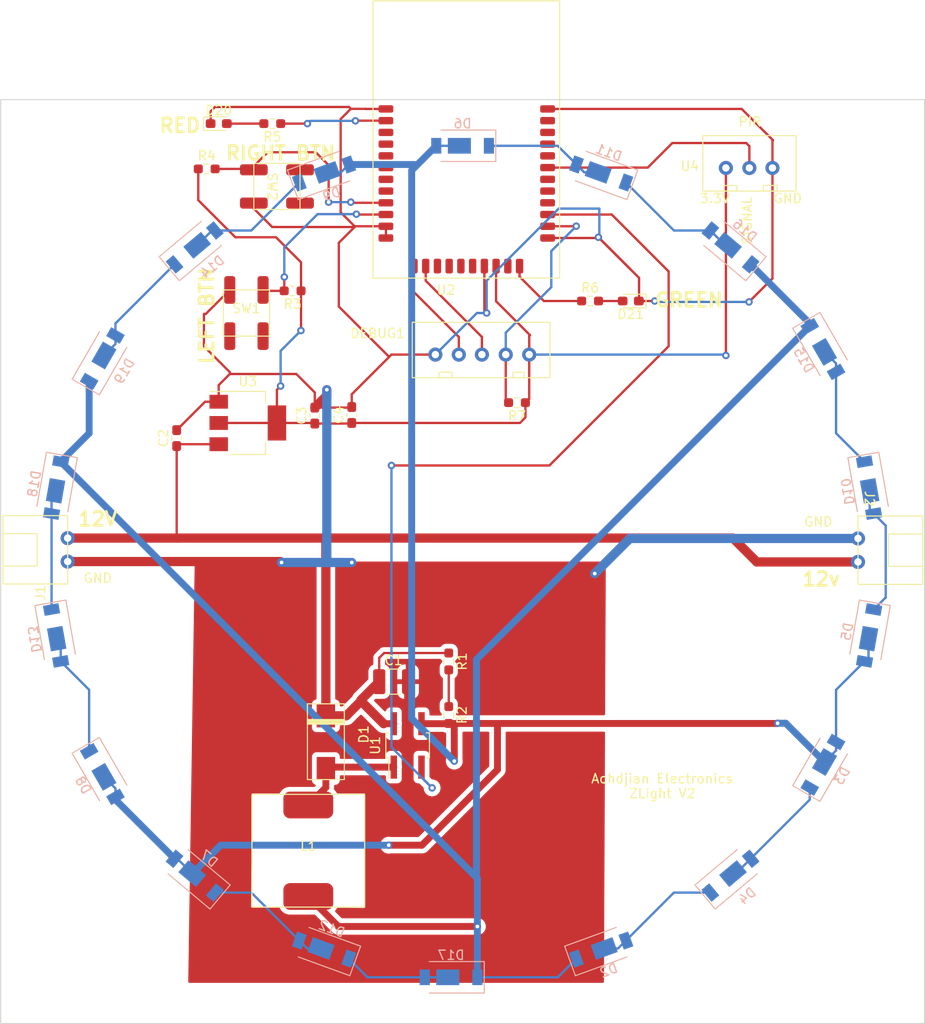
<source format=kicad_pcb>
(kicad_pcb (version 20211014) (generator pcbnew)
  (layers (0 "F.Cu" signal) (31 "B.Cu" signal) (34 "B.Paste" user) (35 "F.Paste" user) (36 "B.SilkS" user "B.Silkscreen") (37 "F.SilkS" user "F.Silkscreen") (38 "B.Mask" user) (39 "F.Mask" user) (44 "Edge.Cuts" user))
  (net 0 "")
  (net 1 "+12V")
  (net 2 "GND")
  (net 3 "+3V3")
  (net 4 "Net-(D1-Pad2)")
  (net 5 "Net-(D15-Pad1)")
  (net 6 "Net-(D2-Pad2)")
  (net 7 "Net-(D3-Pad1)")
  (net 8 "Net-(D3-Pad2)")
  (net 9 "Net-(D10-Pad2)")
  (net 10 "Net-(D11-Pad2)")
  (net 11 "Net-(D12-Pad2)")
  (net 12 "Net-(D13-Pad2)")
  (net 13 "Net-(D14-Pad2)")
  (net 14 "Net-(D10-Pad1)")
  (net 15 "Net-(D11-Pad1)")
  (net 16 "Net-(D12-Pad1)")
  (net 17 "Net-(D13-Pad1)")
  (net 18 "Net-(D14-Pad1)")
  (net 19 "Net-(D20-Pad2)")
  (net 20 "Net-(D21-Pad2)")
  (net 21 "/TMSC")
  (net 22 "/TCKC")
  (net 23 "/RESET")
  (net 24 "Net-(R1-Pad2)")
  (net 25 "/BTN_LEFT")
  (net 26 "/BTN_RIGHT")
  (net 31 "/DIM")
  (net 43 "/LED_GREEN")
  (net 44 "/LED_RED")
  (net 48 "/PIR")
  (footprint "custom:XH2-H" (layer "F.Cu") (at 107.249 100 90)
    (fp_text reference "J1")
    (fp_text value "XH2-L")
  )
  (footprint "Package_TO_SOT_SMD:SOT-223" (layer "F.Cu") (at 126.75 85)
    (fp_text reference "U3")
    (fp_text value "LM1117-3.3")
  )
  (footprint "custom:XH5-V" (layer "F.Cu") (at 147.05 77.6)
    (fp_text reference "DEBUG1")
    (fp_text value "JFT-5-MALE")
  )
  (footprint "custom:ButtonSMD" (layer "F.Cu") (at 126.6 73.1)
    (fp_text reference "SW1")
    (fp_text value "ButtonSMD")
  )
  (footprint "MountingHole:MountingHole_2.7mm" (layer "F.Cu") (at 110 60)
    (fp_text reference "REF**" hide)
    (fp_text value "MountingHole_2.7mm")
  )
  (footprint "custom:E72-2G4M20S1E" (layer "F.Cu") (at 141.7 68.02)
    (fp_text reference "U2")
    (fp_text value "E72-2G4M20S1E")
  )
  (footprint "MountingHole:MountingHole_2.7mm" (layer "F.Cu") (at 190 140)
    (fp_text reference "REF**" hide)
    (fp_text value "MountingHole_2.7mm")
  )
  (footprint "Resistor_SMD:R_0603_1608Metric_Pad0.98x0.95mm_HandSolder" (layer "F.Cu") (at 148.5 110.8125 -90)
    (fp_text reference "R1")
    (fp_text value "0.13")
  )
  (footprint "Capacitor_SMD:C_1210_3225Metric_Pad1.33x2.70mm_HandSolder" (layer "F.Cu") (at 142.5375 113)
    (fp_text reference "C1")
    (fp_text value "100uf")
  )
  (footprint "Capacitor_SMD:C_0603_1608Metric_Pad1.08x0.95mm_HandSolder" (layer "F.Cu") (at 119.05 86.6375 90)
    (fp_text reference "C2")
    (fp_text value "10uF")
  )
  (footprint "custom:ButtonSMD" (layer "F.Cu") (at 129.9 59.4 90)
    (fp_text reference "SW2")
    (fp_text value "ButtonSMD")
  )
  (footprint "Capacitor_SMD:C_0603_1608Metric_Pad1.08x0.95mm_HandSolder" (layer "F.Cu") (at 138 84.1375 90)
    (fp_text reference "C4")
    (fp_text value "100nF")
  )
  (footprint "Resistor_SMD:R_0603_1608Metric_Pad0.98x0.95mm_HandSolder" (layer "F.Cu") (at 129.4 52.6 180)
    (fp_text reference "R5")
    (fp_text value "1k")
  )
  (footprint "Resistor_SMD:R_0603_1608Metric_Pad0.98x0.95mm_HandSolder" (layer "F.Cu") (at 122.3 57.5)
    (fp_text reference "R4")
    (fp_text value "1k")
  )
  (footprint "Resistor_SMD:R_0603_1608Metric_Pad0.98x0.95mm_HandSolder" (layer "F.Cu") (at 163.8 71.8)
    (fp_text reference "R6")
    (fp_text value "1k")
  )
  (footprint "MountingHole:MountingHole_2.7mm" (layer "F.Cu") (at 190 60)
    (fp_text reference "REF**" hide)
    (fp_text value "MountingHole_2.7mm")
  )
  (footprint "LED_SMD:LED_0603_1608Metric_Pad1.05x0.95mm_HandSolder" (layer "F.Cu") (at 168.2 71.8 180)
    (fp_text reference "D21")
    (fp_text value "LED")
  )
  (footprint "Resistor_SMD:R_0603_1608Metric_Pad0.98x0.95mm_HandSolder" (layer "F.Cu") (at 131.6 70.7 180)
    (fp_text reference "R3")
    (fp_text value "1k")
  )
  (footprint "LED_SMD:LED_0603_1608Metric_Pad1.05x0.95mm_HandSolder" (layer "F.Cu") (at 123.6 52.6)
    (fp_text reference "D20")
    (fp_text value "LED")
  )
  (footprint "custom:SS34" (layer "F.Cu") (at 135.2 118.7 -90)
    (fp_text reference "D1")
    (fp_text value "SS34")
  )
  (footprint "custom:XH2-H" (layer "F.Cu") (at 192.8 97.5 -90)
    (fp_text reference "J2")
    (fp_text value "XH2-L")
  )
  (footprint "MountingHole:MountingHole_2.7mm" (layer "F.Cu") (at 110 140)
    (fp_text reference "REF**" hide)
    (fp_text value "MountingHole_2.7mm")
  )
  (footprint "custom:XH3-V" (layer "F.Cu") (at 178.5 57.4)
    (fp_text reference "U4")
    (fp_text value "PIR")
  )
  (footprint "Resistor_SMD:R_0603_1608Metric_Pad0.98x0.95mm_HandSolder" (layer "F.Cu") (at 148.5 116.6125 -90)
    (fp_text reference "R2")
    (fp_text value "0.13")
  )
  (footprint "Resistor_SMD:R_0603_1608Metric_Pad0.98x0.95mm_HandSolder" (layer "F.Cu") (at 155.8875 82.8 180)
    (fp_text reference "R7")
    (fp_text value "4.7k")
  )
  (footprint "Package_TO_SOT_SMD:SOT-89-5_Handsoldering" (layer "F.Cu") (at 144.05 119.9 90)
    (fp_text reference "U1")
    (fp_text value "PT4115")
  )
  (footprint "Capacitor_SMD:C_0603_1608Metric_Pad1.08x0.95mm_HandSolder" (layer "F.Cu") (at 134 84.2 90)
    (fp_text reference "C3")
    (fp_text value "10uF")
  )
  (footprint "custom:RH127" (layer "F.Cu") (at 133.3 131.3)
    (fp_text reference "L1")
    (fp_text value "68uh")
  )
  (footprint "LED_SMD:LED_Yuji_5730" (layer "B.Cu") (at 135 142 160)
    (fp_text reference "D12")
    (fp_text value "LED")
  )
  (footprint "LED_SMD:LED_Yuji_5730" (layer "B.Cu") (at 111 123 -60)
    (fp_text reference "D8")
    (fp_text value "LED")
  )
  (footprint "LED_SMD:LED_Yuji_5730" (layer "B.Cu") (at 135 58 20)
    (fp_text reference "D9")
    (fp_text value "LED")
  )
  (footprint "LED_SMD:LED_Yuji_5730" (layer "B.Cu") (at 111 78 60)
    (fp_text reference "D19")
    (fp_text value "LED")
  )
  (footprint "LED_SMD:LED_Yuji_5730" (layer "B.Cu") (at 194 108 -100)
    (fp_text reference "D5")
    (fp_text value "LED")
  )
  (footprint "LED_SMD:LED_Yuji_5730" (layer "B.Cu") (at 165 58 160)
    (fp_text reference "D11")
    (fp_text value "LED")
  )
  (footprint "LED_SMD:LED_Yuji_5730" (layer "B.Cu") (at 189 77 -60)
    (fp_text reference "D15")
    (fp_text value "LED")
  )
  (footprint "LED_SMD:LED_Yuji_5730" (layer "B.Cu") (at 121 66 40)
    (fp_text reference "D14")
    (fp_text value "LED")
  )
  (footprint "LED_SMD:LED_Yuji_5730" (layer "B.Cu") (at 179 66 140)
    (fp_text reference "D16")
    (fp_text value "LED")
  )
  (footprint "LED_SMD:LED_Yuji_5730" (layer "B.Cu") (at 148.75 145 180)
    (fp_text reference "D17")
    (fp_text value "LED")
  )
  (footprint "LED_SMD:LED_Yuji_5730" (layer "B.Cu") (at 194 92 -80)
    (fp_text reference "D10")
    (fp_text value "LED")
  )
  (footprint "LED_SMD:LED_Yuji_5730" (layer "B.Cu") (at 189 122 60)
    (fp_text reference "D3")
    (fp_text value "LED")
  )
  (footprint "LED_SMD:LED_Yuji_5730" (layer "B.Cu") (at 121 134 140)
    (fp_text reference "D7")
    (fp_text value "LED")
  )
  (footprint "LED_SMD:LED_Yuji_5730" (layer "B.Cu") (at 165 142 20)
    (fp_text reference "D2")
    (fp_text value "LED")
  )
  (footprint "LED_SMD:LED_Yuji_5730" (layer "B.Cu") (at 106 92 -100)
    (fp_text reference "D18")
    (fp_text value "LED")
  )
  (footprint "LED_SMD:LED_Yuji_5730" (layer "B.Cu") (at 106 108 -80)
    (fp_text reference "D13")
    (fp_text value "LED")
  )
  (footprint "LED_SMD:LED_Yuji_5730" (layer "B.Cu") (at 150 55 180)
    (fp_text reference "D6")
    (fp_text value "LED")
  )
  (footprint "LED_SMD:LED_Yuji_5730" (layer "B.Cu") (at 179 134 40)
    (fp_text reference "D4")
    (fp_text value "LED")
  )
  (gr_rect (start 100 50) (end 200 150) (layer "Edge.Cuts") (width 0.1) (fill none))
  (gr_text "Achdjian Electronics\nZLight V2" (at 171.6 124.3) (layer "F.SilkS") (effects (font (size 1 1))))
  (gr_text "GND" (at 185.2 60.7) (layer "F.SilkS") (effects (font (size 1 1))))
  (gr_text "RED" (at 119.4 52.8) (layer "F.SilkS") (effects (font (size 1.5 1.5) (thickness 0.3))))
  (gr_text "12v" (at 188.8 101.9) (layer "F.SilkS") (effects (font (size 1.5 1.5) (thickness 0.3))))
  (gr_text "3.3V" (at 177.3 60.7) (layer "F.SilkS") (effects (font (size 1 1))))
  (gr_text "PIR" (at 181.1 52.4) (layer "F.SilkS") (effects (font (size 1 1))))
  (gr_text "GREEN" (at 174.5 71.7) (layer "F.SilkS") (effects (font (size 1.5 1.5) (thickness 0.3))))
  (gr_text "RIGHT BTN" (at 130.3 55.8) (layer "F.SilkS") (effects (font (size 1.5 1.5) (thickness 0.3))))
  (gr_text "SIGNAL" (at 180.8 63.1 90) (layer "F.SilkS") (effects (font (size 1 1))))
  (gr_text "12V" (at 110.5 95.4) (layer "F.SilkS") (effects (font (size 1.5 1.5) (thickness 0.3))))
  (gr_text "GND" (at 188.5 95.7) (layer "F.SilkS") (effects (font (size 1 1))))
  (gr_text "GND" (at 110.5 101.8) (layer "F.SilkS") (effects (font (size 1 1))))
  (gr_text "LEFT BTN" (at 122.3 73.4 90) (layer "F.SilkS") (effects (font (size 1.5 1.5) (thickness 0.3))))
  (segment (start 139 114.975) (end 140.975 113) (width 1) (layer "F.Cu") (net 1))
  (segment (start 135.2 116.7) (end 137.4 116.7) (width 1) (layer "F.Cu") (net 1))
  (segment (start 119.25 87.3) (end 123.6 87.3) (width 0.25) (layer "F.Cu") (net 1))
  (segment (start 135.2 116.7) (end 135.2 97.8) (width 1) (layer "F.Cu") (net 1))
  (segment (start 148.5 109.9) (end 141.5 109.9) (width 0.25) (layer "F.Cu") (net 1))
  (segment (start 140.975 110.425) (end 140.975 113) (width 0.25) (layer "F.Cu") (net 1))
  (segment (start 135.2 97.8) (end 135.54 97.46) (width 0.25) (layer "F.Cu") (net 1))
  (segment (start 137.4 116.7) (end 139 115.1) (width 1) (layer "F.Cu") (net 1))
  (segment (start 119.05 87.5) (end 119.05 97.37) (width 0.25) (layer "F.Cu") (net 1))
  (segment (start 181.84 100.04) (end 192.8 100.04) (width 1) (layer "F.Cu") (net 1))
  (segment (start 119.14 97.46) (end 135.54 97.46) (width 1) (layer "F.Cu") (net 1))
  (segment (start 119.05 97.37) (end 119.14 97.46) (width 0.25) (layer "F.Cu") (net 1))
  (segment (start 139 115.1) (end 139 114.975) (width 0.25) (layer "F.Cu") (net 1))
  (segment (start 142.55 117.55) (end 141.45 117.55) (width 0.75) (layer "F.Cu") (net 1))
  (segment (start 135.54 97.46) (end 179.26 97.46) (width 1) (layer "F.Cu") (net 1))
  (segment (start 179.26 97.46) (end 181.84 100.04) (width 1) (layer "F.Cu") (net 1))
  (segment (start 119.14 97.46) (end 107.249 97.46) (width 1) (layer "F.Cu") (net 1))
  (segment (start 141.5 109.9) (end 140.975 110.425) (width 0.25) (layer "F.Cu") (net 1))
  (segment (start 141.45 117.55) (end 139 115.1) (width 1) (layer "F.Cu") (net 1))
  (segment (start 123.6 82.7) (end 122.125 82.7) (width 0.25) (layer "F.Cu") (net 2))
  (segment (start 138 81.9) (end 138 83.275) (width 0.25) (layer "F.Cu") (net 2))
  (segment (start 122.2 73.2) (end 122 73.2) (width 0.25) (layer "F.Cu") (net 2))
  (segment (start 135.3 82.0375) (end 134 83.3375) (width 1) (layer "F.Cu") (net 2))
  (segment (start 122 76.7) (end 124.8 79.5) (width 0.25) (layer "F.Cu") (net 2))
  (segment (start 138.31 63.71) (end 141.7 63.71) (width 0.25) (layer "F.Cu") (net 2))
  (segment (start 183.54 57.4) (end 183.54 69.36) (width 0.25) (layer "F.Cu") (net 2))
  (segment (start 147.05 77.6) (end 142.3 77.6) (width 0.25) (layer "F.Cu") (net 2))
  (segment (start 135.3 81.4) (end 135.3 82.0375) (width 1) (layer "F.Cu") (net 2))
  (segment (start 136.8 62.2) (end 138.31 63.71) (width 0.25) (layer "F.Cu") (net 2))
  (segment (start 138.31 63.79) (end 136.6 65.5) (width 0.25) (layer "F.Cu") (net 2))
  (segment (start 124.8 70.6) (end 122.2 73.2) (width 0.25) (layer "F.Cu") (net 2))
  (segment (start 141.7 63.71) (end 141.7 64.98) (width 0.25) (layer "F.Cu") (net 2))
  (segment (start 137.9 51) (end 136.8 52.1) (width 0.25) (layer "F.Cu") (net 2))
  (segment (start 124.8 79.7) (end 123.6 80.9) (width 0.25) (layer "F.Cu") (net 2))
  (segment (start 130.3 100) (end 130.4 100.1) (width 0.25) (layer "F.Cu") (net 2))
  (segment (start 139.5 51) (end 137.9 51) (width 0.25) (layer "F.Cu") (net 2))
  (segment (start 122.125 82.7) (end 119.05 85.775) (width 0.25) (layer "F.Cu") (net 2))
  (segment (start 122 73.2) (end 122 76.7) (width 0.25) (layer "F.Cu") (net 2))
  (segment (start 159.2 64.98) (end 164.78 64.98) (width 0.25) (layer "F.Cu") (net 2))
  (segment (start 141.7 51.01) (end 139.51 51.01) (width 0.25) (layer "F.Cu") (net 2))
  (segment (start 132 79.7) (end 124.8 79.7) (width 0.25) (layer "F.Cu") (net 2))
  (segment (start 168.15 68.35) (end 169.1 69.3) (width 0.25) (layer "F.Cu") (net 2))
  (segment (start 129.39 63.79) (end 138.31 63.79) (width 0.25) (layer "F.Cu") (net 2))
  (segment (start 170.8 71.8) (end 169.075 71.8) (width 0.25) (layer "F.Cu") (net 2))
  (segment (start 123.2 50.8) (end 137.7 50.8) (width 0.25) (layer "F.Cu") (net 2))
  (segment (start 136.8 52.1) (end 136.8 62.2) (width 0.25) (layer "F.Cu") (net 2))
  (segment (start 122.725 51.275) (end 123.2 50.8) (width 0.25) (layer "F.Cu") (net 2))
  (segment (start 144.05 119.9) (end 144.05 113.05) (width 0.75) (layer "F.Cu") (net 2))
  (segment (start 136.6 72.4) (end 142.05 77.85) (width 0.25) (layer "F.Cu") (net 2))
  (segment (start 142.05 77.85) (end 138 81.9) (width 0.25) (layer "F.Cu") (net 2))
  (segment (start 183.54 69.36) (end 181 71.9) (width 0.25) (layer "F.Cu") (net 2))
  (segment (start 142.3 77.6) (end 142.05 77.85) (width 0.25) (layer "F.Cu") (net 2))
  (segment (start 134 83.3375) (end 134 81.7) (width 0.25) (layer "F.Cu") (net 2))
  (segment (start 134 81.7) (end 132 79.7) (width 0.25) (layer "F.Cu") (net 2))
  (segment (start 139.51 51.01) (end 139.5 51) (width 0.25) (layer "F.Cu") (net 2))
  (segment (start 127.4 61.8) (end 129.39 63.79) (width 0.25) (layer "F.Cu") (net 2))
  (segment (start 164.78 64.98) (end 168.15 68.35) (width 0.25) (layer "F.Cu") (net 2))
  (segment (start 152.355 68.02) (end 152.355 72.855) (width 0.25) (layer "F.Cu") (net 2))
  (segment (start 137.7 50.8) (end 137.9 51) (width 0.25) (layer "F.Cu") (net 2))
  (segment (start 180.21 51.01) (end 183.6 54.4) (width 0.25) (layer "F.Cu") (net 2))
  (segment (start 134 83.3375) (end 137.9375 83.3375) (width 0.25) (layer "F.Cu") (net 2))
  (segment (start 138.31 63.71) (end 138.31 63.79) (width 0.25) (layer "F.Cu") (net 2))
  (segment (start 124.8 79.5) (end 124.8 79.7) (width 0.25) (layer "F.Cu") (net 2))
  (segment (start 136.6 65.5) (end 136.6 72.4) (width 0.25) (layer "F.Cu") (net 2))
  (segment (start 152.355 72.855) (end 152.6 73.1) (width 0.25) (layer "F.Cu") (net 2))
  (segment (start 169.1 69.3) (end 169.1 71.775) (width 0.25) (layer "F.Cu") (net 2))
  (segment (start 183.54 54.46) (end 183.54 57.4) (width 0.25) (layer "F.Cu") (net 2))
  (segment (start 159.2 51.01) (end 180.21 51.01) (width 0.25) (layer "F.Cu") (net 2))
  (segment (start 183.6 54.4) (end 183.54 54.46) (width 0.25) (layer "F.Cu") (net 2))
  (segment (start 164.7 64.9) (end 168.15 68.35) (width 0.25) (layer "F.Cu") (net 2))
  (segment (start 107.249 100) (end 130.3 100) (width 1) (layer "F.Cu") (net 2))
  (segment (start 122.725 52.6) (end 122.725 51.275) (width 0.25) (layer "F.Cu") (net 2))
  (segment (start 127.4 61.2) (end 127.4 61.8) (width 0.25) (layer "F.Cu") (net 2))
  (segment (start 123.6 80.9) (end 123.6 82.7) (width 0.25) (layer "F.Cu") (net 2))
  (via (at 138 100.1) (size 0.8) (drill 0.4) (layers "F.Cu" "B.Cu") (net 2))
  (via (at 164.3 101.3) (size 0.8) (drill 0.4) (layers "F.Cu" "B.Cu") (net 2))
  (via (at 181 71.9) (size 0.8) (drill 0.4) (layers "F.Cu" "B.Cu") (net 2))
  (via (at 152.6 73.1) (size 0.8) (drill 0.4) (layers "F.Cu" "B.Cu") (net 2))
  (via (at 164.7 64.9) (size 0.8) (drill 0.4) (layers "F.Cu" "B.Cu") (net 2))
  (via (at 130.4 100.1) (size 0.8) (drill 0.4) (layers "F.Cu" "B.Cu") (net 2))
  (via (at 170.8 71.8) (size 0.8) (drill 0.4) (layers "F.Cu" "B.Cu") (net 2))
  (via (at 135.3 81.4) (size 0.8) (drill 0.4) (layers "F.Cu" "B.Cu") (net 2))
  (segment (start 181 71.9) (end 170.9 71.9) (width 0.25) (layer "B.Cu") (net 2))
  (segment (start 160.4 61.8) (end 164.8 61.8) (width 0.25) (layer "B.Cu") (net 2))
  (segment (start 164.8 64.8) (end 164.7 64.9) (width 0.25) (layer "B.Cu") (net 2))
  (segment (start 130.4 100.1) (end 135.3 100.1) (width 1) (layer "B.Cu") (net 2))
  (segment (start 152.6 73.1) (end 152.6 69.6) (width 0.25) (layer "B.Cu") (net 2))
  (segment (start 135.3 100.1) (end 138 100.1) (width 1) (layer "B.Cu") (net 2))
  (segment (start 170.9 71.9) (end 170.8 71.8) (width 0.25) (layer "B.Cu") (net 2))
  (segment (start 152.6 69.6) (end 160.4 61.8) (width 0.25) (layer "B.Cu") (net 2))
  (segment (start 152.6 73.1) (end 151.55 73.1) (width 0.25) (layer "B.Cu") (net 2))
  (segment (start 168.1 97.5) (end 192.8 97.5) (width 1) (layer "B.Cu") (net 2))
  (segment (start 135.3 100.1) (end 135.3 81.4) (width 1) (layer "B.Cu") (net 2))
  (segment (start 151.55 73.1) (end 147.05 77.6) (width 0.25) (layer "B.Cu") (net 2))
  (segment (start 164.8 61.8) (end 164.8 64.8) (width 0.25) (layer "B.Cu") (net 2))
  (segment (start 168.1 97.5) (end 164.3 101.3) (width 1) (layer "B.Cu") (net 2))
  (segment (start 130.3 81) (end 129.9 81.4) (width 0.25) (layer "F.Cu") (net 3))
  (segment (start 157.21 77.6) (end 157.21 82.39) (width 0.25) (layer "F.Cu") (net 3))
  (segment (start 138 85) (end 156.2 85) (width 0.25) (layer "F.Cu") (net 3))
  (segment (start 153.625 68.02) (end 153.625 71.825) (width 0.25) (layer "F.Cu") (net 3))
  (segment (start 132.5125 70.7) (end 132.5125 74.9875) (width 0.25) (layer "F.Cu") (net 3))
  (segment (start 121.3875 60.8875) (end 121.3875 57.5) (width 0.25) (layer "F.Cu") (net 3))
  (segment (start 132.5125 74.9875) (end 132.5 75) (width 0.25) (layer "F.Cu") (net 3))
  (segment (start 123.6 85) (end 129.9 85) (width 0.25) (layer "F.Cu") (net 3))
  (segment (start 129.8 64.9) (end 125.4 64.9) (width 0.25) (layer "F.Cu") (net 3))
  (segment (start 157.21 75.59) (end 157.21 77.6) (width 0.25) (layer "F.Cu") (net 3))
  (segment (start 178.5 57.4) (end 178.5 77.7) (width 0.25) (layer "F.Cu") (net 3))
  (segment (start 132.5125 67.6125) (end 129.8 64.9) (width 0.25) (layer "F.Cu") (net 3))
  (segment (start 157.21 82.39) (end 156.8 82.8) (width 0.25) (layer "F.Cu") (net 3))
  (segment (start 156.2 85) (end 156.8 84.4) (width 0.25) (layer "F.Cu") (net 3))
  (segment (start 132.5125 70.7) (end 132.5125 67.6125) (width 0.25) (layer "F.Cu") (net 3))
  (segment (start 125.4 64.9) (end 121.3875 60.8875) (width 0.25) (layer "F.Cu") (net 3))
  (segment (start 157.3 75.5) (end 157.21 75.59) (width 0.25) (layer "F.Cu") (net 3))
  (segment (start 129.9 81.4) (end 129.9 85) (width 0.25) (layer "F.Cu") (net 3))
  (segment (start 156.8 84.4) (end 156.8 82.8) (width 0.25) (layer "F.Cu") (net 3))
  (segment (start 129.9 85) (end 133.9375 85) (width 0.25) (layer "F.Cu") (net 3))
  (segment (start 134 85.0625) (end 137.9375 85.0625) (width 0.25) (layer "F.Cu") (net 3))
  (segment (start 153.625 71.825) (end 157.3 75.5) (width 0.25) (layer "F.Cu") (net 3))
  (via (at 178.5 77.7) (size 0.8) (drill 0.4) (layers "F.Cu" "B.Cu") (net 3))
  (via (at 130.3 81) (size 0.8) (drill 0.4) (layers "F.Cu" "B.Cu") (net 3))
  (via (at 132.5 75) (size 0.8) (drill 0.4) (layers "F.Cu" "B.Cu") (net 3))
  (segment (start 178.5 77.7) (end 178.4 77.6) (width 0.25) (layer "B.Cu") (net 3))
  (segment (start 130.3 77.2) (end 130.3 81) (width 0.25) (layer "B.Cu") (net 3))
  (segment (start 178.4 77.6) (end 157.21 77.6) (width 0.25) (layer "B.Cu") (net 3))
  (segment (start 132.5 75) (end 130.3 77.2) (width 0.25) (layer "B.Cu") (net 3))
  (segment (start 133.3 126.35) (end 135.2 124.45) (width 0.75) (layer "F.Cu") (net 4))
  (segment (start 135.2 124.45) (end 135.2 122.4) (width 0.75) (layer "F.Cu") (net 4))
  (segment (start 142.55 122.25) (end 135.35 122.25) (width 0.75) (layer "F.Cu") (net 4))
  (segment (start 136.55 139.5) (end 151.6 139.5) (width 0.75) (layer "F.Cu") (net 5))
  (segment (start 133.3 136.25) (end 136.55 139.5) (width 0.75) (layer "F.Cu") (net 5))
  (via (at 151.6 139.5) (size 0.8) (drill 0.4) (layers "F.Cu" "B.Cu") (net 5))
  (segment (start 162.321876 142.974757) (end 160.296633 145) (width 0.25) (layer "B.Cu") (net 5))
  (segment (start 187.575 74.531828) (end 151.5 110.606828) (width 0.75) (layer "B.Cu") (net 5))
  (segment (start 151.6 134.298401) (end 151.6 139.5) (width 0.75) (layer "B.Cu") (net 5))
  (segment (start 106.494897 89.193298) (end 109.575 86.113195) (width 0.75) (layer "B.Cu") (net 5))
  (segment (start 160.296633 145) (end 151.6 145) (width 0.25) (layer "B.Cu") (net 5))
  (segment (start 151.5 110.606828) (end 151.5 134) (width 0.75) (layer "B.Cu") (net 5))
  (segment (start 151.6 139.5) (end 151.6 145) (width 0.75) (layer "B.Cu") (net 5))
  (segment (start 109.575 86.113195) (end 109.575 80.468172) (width 0.75) (layer "B.Cu") (net 5))
  (segment (start 106.494897 89.193298) (end 151.6 134.298401) (width 0.75) (layer "B.Cu") (net 5))
  (segment (start 181.183227 67.831945) (end 187.575 74.223718) (width 0.75) (layer "B.Cu") (net 5))
  (segment (start 172.871422 135.831945) (end 167.678124 141.025243) (width 0.25) (layer "B.Cu") (net 6))
  (segment (start 166.823074 141.880293) (end 165.328892 141.880293) (width 0.25) (layer "B.Cu") (net 6))
  (segment (start 176.816773 135.831945) (end 172.871422 135.831945) (width 0.25) (layer "B.Cu") (net 6))
  (segment (start 167.678124 141.025243) (end 166.823074 141.880293) (width 0.25) (layer "B.Cu") (net 6))
  (segment (start 187.575 124.468172) (end 187.575 125.776282) (width 0.25) (layer "B.Cu") (net 7))
  (segment (start 181.183227 132.168055) (end 179.576258 133.775024) (width 0.25) (layer "B.Cu") (net 7))
  (segment (start 187.575 125.776282) (end 181.183227 132.168055) (width 0.25) (layer "B.Cu") (net 7))
  (segment (start 148.975 117.525) (end 153.775 117.525) (width 0.75) (layer "F.Cu") (net 8))
  (segment (start 145.55 117.55) (end 148.475 117.55) (width 0.75) (layer "F.Cu") (net 8))
  (segment (start 149.1 121.6) (end 149.1 117.65) (width 0.75) (layer "F.Cu") (net 8))
  (segment (start 153.775 117.525) (end 184.075 117.525) (width 0.75) (layer "F.Cu") (net 8))
  (segment (start 153.775 122.525) (end 153.775 117.525) (width 0.75) (layer "F.Cu") (net 8))
  (segment (start 149.1 117.65) (end 148.975 117.525) (width 0.25) (layer "F.Cu") (net 8))
  (segment (start 142 130.7) (end 145.6 130.7) (width 0.75) (layer "F.Cu") (net 8))
  (segment (start 184.075 117.525) (end 184.1 117.5) (width 0.25) (layer "F.Cu") (net 8))
  (segment (start 148.5 117.525) (end 148.975 117.525) (width 0.75) (layer "F.Cu") (net 8))
  (segment (start 145.6 130.7) (end 153.775 122.525) (width 0.75) (layer "F.Cu") (net 8))
  (via (at 184.1 117.5) (size 0.8) (drill 0.4) (layers "F.Cu" "B.Cu") (net 8))
  (via (at 149.1 121.6) (size 0.8) (drill 0.4) (layers "F.Cu" "B.Cu") (net 8))
  (via (at 142 130.7) (size 0.8) (drill 0.4) (layers "F.Cu" "B.Cu") (net 8))
  (segment (start 184.1 117.5) (end 184.978109 117.5) (width 0.75) (layer "B.Cu") (net 8))
  (segment (start 137.678124 57.025243) (end 144.825243 57.025243) (width 0.75) (layer "B.Cu") (net 8))
  (segment (start 144.9 57.1) (end 145.05 57.1) (width 0.25) (layer "B.Cu") (net 8))
  (segment (start 123.7 130.806908) (end 123.7 130.8) (width 0.25) (layer "B.Cu") (net 8))
  (segment (start 120.731884 133.775024) (end 123.7 130.806908) (width 0.75) (layer "B.Cu") (net 8))
  (segment (start 112.425 124.553109) (end 111.175 123.303109) (width 0.25) (layer "B.Cu") (net 8))
  (segment (start 118.816773 132.168055) (end 112.425 125.776282) (width 0.75) (layer "B.Cu") (net 8))
  (segment (start 144.487821 116.987821) (end 149.1 121.6) (width 0.75) (layer "B.Cu") (net 8))
  (segment (start 120.731884 133.775024) (end 119.124915 132.168055) (width 0.25) (layer "B.Cu") (net 8))
  (segment (start 135.328892 57.880293) (end 136.823074 57.880293) (width 0.25) (layer "B.Cu") (net 8))
  (segment (start 190.425 119.531828) (end 190.425 120.446891) (width 0.25) (layer "B.Cu") (net 8))
  (segment (start 145.05 57.1) (end 147.15 55) (width 0.25) (layer "B.Cu") (net 8))
  (segment (start 144.825243 57.025243) (end 144.9 57.1) (width 0.25) (layer "B.Cu") (net 8))
  (segment (start 190.425 113.886805) (end 190.425 119.531828) (width 0.25) (layer "B.Cu") (net 8))
  (segment (start 147.15 55) (end 144.487821 57.662179) (width 0.75) (layer "B.Cu") (net 8))
  (segment (start 190.425 120.446891) (end 189.175 121.696891) (width 0.25) (layer "B.Cu") (net 8))
  (segment (start 193.505103 110.806702) (end 190.425 113.886805) (width 0.25) (layer "B.Cu") (net 8))
  (segment (start 112.425 125.468172) (end 112.425 124.553109) (width 0.25) (layer "B.Cu") (net 8))
  (segment (start 193.939223 108.344683) (end 193.939223 110.372582) (width 0.25) (layer "B.Cu") (net 8))
  (segment (start 147.15 55) (end 149.65 55) (width 0.25) (layer "B.Cu") (net 8))
  (segment (start 144.487821 57.662179) (end 144.487821 116.987821) (width 0.75) (layer "B.Cu") (net 8))
  (segment (start 136.823074 57.880293) (end 137.678124 57.025243) (width 0.25) (layer "B.Cu") (net 8))
  (segment (start 123.7 130.8) (end 123.8 130.7) (width 0.25) (layer "B.Cu") (net 8))
  (segment (start 193.939223 110.372582) (end 193.505103 110.806702) (width 0.25) (layer "B.Cu") (net 8))
  (segment (start 123.8 130.7) (end 142 130.7) (width 0.75) (layer "B.Cu") (net 8))
  (segment (start 184.978109 117.5) (end 189.175 121.696891) (width 0.75) (layer "B.Cu") (net 8))
  (segment (start 195.8 96.111805) (end 195.8 103.888195) (width 0.25) (layer "B.Cu") (net 9))
  (segment (start 194.060777 94.372582) (end 194.494897 94.806702) (width 0.25) (layer "B.Cu") (net 9))
  (segment (start 194.060777 92.344683) (end 194.060777 94.372582) (width 0.25) (layer "B.Cu") (net 9))
  (segment (start 194.494897 94.806702) (end 195.8 96.111805) (width 0.25) (layer "B.Cu") (net 9))
  (segment (start 195.8 103.888195) (end 194.494897 105.193298) (width 0.25) (layer "B.Cu") (net 9))
  (segment (start 163.176926 57.880293) (end 162.321876 57.025243) (width 0.25) (layer "B.Cu") (net 10))
  (segment (start 152.85 55) (end 160.296633 55) (width 0.25) (layer "B.Cu") (net 10))
  (segment (start 164.671108 57.880293) (end 163.176926 57.880293) (width 0.25) (layer "B.Cu") (net 10))
  (segment (start 160.296633 55) (end 162.321876 57.025243) (width 0.25) (layer "B.Cu") (net 10))
  (segment (start 134.671108 141.880293) (end 133.176926 141.880293) (width 0.25) (layer "B.Cu") (net 11))
  (segment (start 127.128578 135.831945) (end 123.183227 135.831945) (width 0.25) (layer "B.Cu") (net 11))
  (segment (start 132.321876 141.025243) (end 127.128578 135.831945) (width 0.25) (layer "B.Cu") (net 11))
  (segment (start 133.176926 141.880293) (end 132.321876 141.025243) (width 0.25) (layer "B.Cu") (net 11))
  (segment (start 106.494897 110.806702) (end 106.494897 108.778803) (width 0.25) (layer "B.Cu") (net 12))
  (segment (start 109.575 113.886805) (end 106.494897 110.806702) (width 0.25) (layer "B.Cu") (net 12))
  (segment (start 109.575 120.531828) (end 109.575 113.886805) (width 0.25) (layer "B.Cu") (net 12))
  (segment (start 127.128578 64.168055) (end 132.321876 58.974757) (width 0.25) (layer "B.Cu") (net 13))
  (segment (start 121.268116 65.775024) (end 122.875085 64.168055) (width 0.25) (layer "B.Cu") (net 13))
  (segment (start 123.183227 64.168055) (end 127.128578 64.168055) (width 0.25) (layer "B.Cu") (net 13))
  (segment (start 190.425 79.468172) (end 190.425 86.113195) (width 0.25) (layer "B.Cu") (net 14))
  (segment (start 190.425 78.553109) (end 190.425 79.468172) (width 0.25) (layer "B.Cu") (net 14))
  (segment (start 189.175 77.303109) (end 190.425 78.553109) (width 0.25) (layer "B.Cu") (net 14))
  (segment (start 190.425 86.113195) (end 193.505103 89.193298) (width 0.25) (layer "B.Cu") (net 14))
  (segment (start 172.871422 64.168055) (end 176.816773 64.168055) (width 0.25) (layer "B.Cu") (net 15))
  (segment (start 176.816773 64.168055) (end 178.423742 65.775024) (width 0.25) (layer "B.Cu") (net 15))
  (segment (start 167.678124 58.974757) (end 172.871422 64.168055) (width 0.25) (layer "B.Cu") (net 15))
  (segment (start 148.4 145) (end 145.9 145) (width 0.25) (layer "B.Cu") (net 16))
  (segment (start 139.703367 145) (end 137.678124 142.974757) (width 0.25) (layer "B.Cu") (net 16))
  (segment (start 145.9 145) (end 139.703367 145) (width 0.25) (layer "B.Cu") (net 16))
  (segment (start 105.505103 105.193298) (end 105.505103 94.806702) (width 0.25) (layer "B.Cu") (net 17))
  (segment (start 105.505103 94.806702) (end 105.505103 92.778803) (width 0.25) (layer "B.Cu") (net 17))
  (segment (start 112.425 75.531828) (end 112.425 74.223718) (width 0.25) (layer "B.Cu") (net 18))
  (segment (start 111.175 77.696891) (end 112.425 76.446891) (width 0.25) (layer "B.Cu") (net 18))
  (segment (start 112.425 76.446891) (end 112.425 75.531828) (width 0.25) (layer "B.Cu") (net 18))
  (segment (start 112.425 74.223718) (end 118.816773 67.831945) (width 0.25) (layer "B.Cu") (net 18))
  (segment (start 128.4875 52.6) (end 124.475 52.6) (width 0.25) (layer "F.Cu") (net 19))
  (segment (start 164.7125 71.8) (end 167.325 71.8) (width 0.25) (layer "F.Cu") (net 20))
  (segment (start 144.735 68.02) (end 144.735 70.835) (width 0.25) (layer "F.Cu") (net 21))
  (segment (start 144.735 70.835) (end 149.59 75.69) (width 0.25) (layer "F.Cu") (net 21))
  (segment (start 149.59 75.69) (end 149.59 77.6) (width 0.25) (layer "F.Cu") (net 21))
  (segment (start 146.005 68.02) (end 146.005 69.605) (width 0.25) (layer "F.Cu") (net 22))
  (segment (start 152.09 75.69) (end 152.09 77.6) (width 0.25) (layer "F.Cu") (net 22))
  (segment (start 146.005 69.605) (end 152.09 75.69) (width 0.25) (layer "F.Cu") (net 22))
  (segment (start 159.2 63.71) (end 162.29 63.71) (width 0.25) (layer "F.Cu") (net 23))
  (segment (start 154.67 77.6) (end 154.67 82.495) (width 0.25) (layer "F.Cu") (net 23))
  (segment (start 162.29 63.71) (end 162.3 63.7) (width 0.25) (layer "F.Cu") (net 23))
  (via (at 162.3 63.7) (size 0.8) (drill 0.4) (layers "F.Cu" "B.Cu") (net 23))
  (segment (start 162.3 63.7) (end 159.6 66.4) (width 0.25) (layer "B.Cu") (net 23))
  (segment (start 159.6 70.3) (end 154.67 75.23) (width 0.25) (layer "B.Cu") (net 23))
  (segment (start 154.67 75.23) (end 154.67 77.6) (width 0.25) (layer "B.Cu") (net 23))
  (segment (start 159.6 66.4) (end 159.6 70.3) (width 0.25) (layer "B.Cu") (net 23))
  (segment (start 148.5 115.7) (end 148.5 111.725) (width 0.25) (layer "F.Cu") (net 24))
  (segment (start 130.7 69.2) (end 130.7 70.6875) (width 0.25) (layer "F.Cu") (net 25))
  (segment (start 130.6875 70.7) (end 128.5 70.7) (width 0.25) (layer "F.Cu") (net 25))
  (segment (start 141.7 62.44) (end 138.54 62.44) (width 0.25) (layer "F.Cu") (net 25))
  (segment (start 138.54 62.44) (end 138.5 62.4) (width 0.25) (layer "F.Cu") (net 25))
  (via (at 138.5 62.4) (size 0.8) (drill 0.4) (layers "F.Cu" "B.Cu") (net 25))
  (via (at 130.7 69.2) (size 0.8) (drill 0.4) (layers "F.Cu" "B.Cu") (net 25))
  (segment (start 134.3 62.4) (end 130.7 66) (width 0.25) (layer "B.Cu") (net 25))
  (segment (start 130.7 66) (end 130.7 69.2) (width 0.25) (layer "B.Cu") (net 25))
  (segment (start 138.5 62.4) (end 134.3 62.4) (width 0.25) (layer "B.Cu") (net 25))
  (segment (start 135.5 61.1) (end 135.5 57.1) (width 0.25) (layer "F.Cu") (net 26))
  (segment (start 141.7 61.17) (end 137.97 61.17) (width 0.25) (layer "F.Cu") (net 26))
  (segment (start 128.9 55.7) (end 127.4 57.2) (width 0.25) (layer "F.Cu") (net 26))
  (segment (start 134.1 55.7) (end 128.9 55.7) (width 0.25) (layer "F.Cu") (net 26))
  (segment (start 123.2125 57.5) (end 127.3 57.5) (width 0.25) (layer "F.Cu") (net 26))
  (segment (start 135.5 57.1) (end 134.1 55.7) (width 0.25) (layer "F.Cu") (net 26))
  (segment (start 137.97 61.17) (end 137.9 61.1) (width 0.25) (layer "F.Cu") (net 26))
  (via (at 135.5 61.1) (size 0.8) (drill 0.4) (layers "F.Cu" "B.Cu") (net 26))
  (via (at 137.9 61.1) (size 0.8) (drill 0.4) (layers "F.Cu" "B.Cu") (net 26))
  (segment (start 137.9 61.1) (end 135.5 61.1) (width 0.25) (layer "B.Cu") (net 26))
  (segment (start 166.14 62.44) (end 159.2 62.44) (width 0.25) (layer "F.Cu") (net 31))
  (segment (start 172.3 76.7) (end 172.3 68.6) (width 0.25) (layer "F.Cu") (net 31))
  (segment (start 145.55 123.35) (end 146.7 124.5) (width 0.25) (layer "F.Cu") (net 31))
  (segment (start 142.3 89.6) (end 159.4 89.6) (width 0.25) (layer "F.Cu") (net 31))
  (segment (start 172.3 68.6) (end 166.14 62.44) (width 0.25) (layer "F.Cu") (net 31))
  (segment (start 159.4 89.6) (end 172.3 76.7) (width 0.25) (layer "F.Cu") (net 31))
  (via (at 142.3 89.6) (size 0.8) (drill 0.4) (layers "F.Cu" "B.Cu") (net 31))
  (via (at 146.7 124.5) (size 0.8) (drill 0.4) (layers "F.Cu" "B.Cu") (net 31))
  (segment (start 146.7 124.5) (end 142.3 120.1) (width 0.25) (layer "B.Cu") (net 31))
  (segment (start 142.3 120.1) (end 142.3 89.6) (width 0.25) (layer "B.Cu") (net 31))
  (segment (start 133.2 52.6) (end 130.3125 52.6) (width 0.25) (layer "F.Cu") (net 43))
  (segment (start 138.42 52.28) (end 138.4 52.3) (width 0.25) (layer "F.Cu") (net 43))
  (segment (start 141.7 52.28) (end 138.42 52.28) (width 0.25) (layer "F.Cu") (net 43))
  (via (at 138.4 52.3) (size 0.8) (drill 0.4) (layers "F.Cu" "B.Cu") (net 43))
  (via (at 133.2 52.6) (size 0.8) (drill 0.4) (layers "F.Cu" "B.Cu") (net 43))
  (segment (start 138.4 52.3) (end 133.5 52.3) (width 0.25) (layer "B.Cu") (net 43))
  (segment (start 133.5 52.3) (end 133.2 52.6) (width 0.25) (layer "B.Cu") (net 43))
  (segment (start 156.165 68.02) (end 156.165 69.165) (width 0.25) (layer "F.Cu") (net 44))
  (segment (start 156.165 69.165) (end 158.8 71.8) (width 0.25) (layer "F.Cu") (net 44))
  (segment (start 158.8 71.8) (end 162.8875 71.8) (width 0.25) (layer "F.Cu") (net 44))
  (segment (start 181.04 55.04) (end 181.04 57.4) (width 0.25) (layer "F.Cu") (net 48))
  (segment (start 180.7 54.7) (end 181.04 55.04) (width 0.25) (layer "F.Cu") (net 48))
  (segment (start 170.04 57.36) (end 172.7 54.7) (width 0.25) (layer "F.Cu") (net 48))
  (segment (start 159.2 57.36) (end 170.04 57.36) (width 0.25) (layer "F.Cu") (net 48))
  (segment (start 172.7 54.7) (end 180.7 54.7) (width 0.25) (layer "F.Cu") (net 48))
  (zone (net 0) (net_name "") (layer "F.Cu") (connect_pads (clearance 0)) (min_thickness 0.254)
    (keepout (tracks not_allowed) (vias not_allowed) (pads not_allowed) (copperpour not_allowed) (footprints allowed))
    (fill (thermal_gap 0.508) (thermal_bridge_width 0.508))
    (polygon (pts (xy 139.4 137.5) (xy 127.1 137.4) (xy 127.2 125.1) (xy 139.4 125.1)))
  )
  (zone (net 2) (net_name "GND") (layer "F.Cu") (connect_pads (clearance 0.508)) (min_thickness 0.254) (fill yes (thermal_gap 0.508) (thermal_bridge_width 0.508))
    (polygon (pts (xy 165.3 145.6) (xy 120.3 145.6) (xy 121 100) (xy 165.5 100)))
  )
)
</source>
